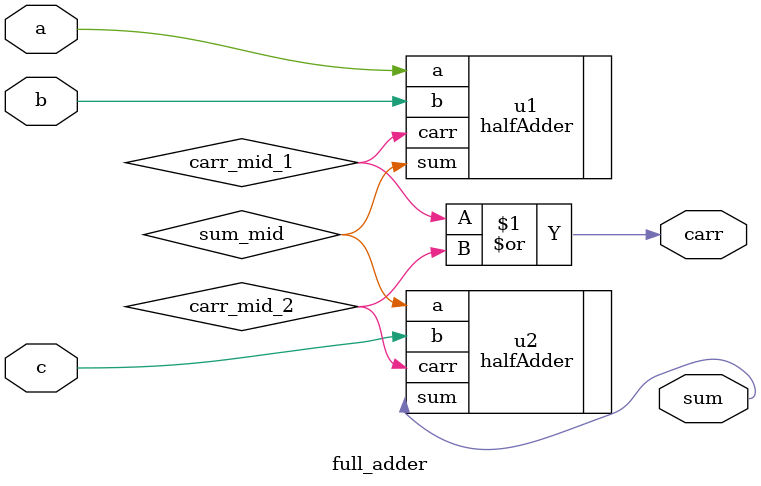
<source format=v>
module full_adder(
    input wire a,
    input wire b,
    input wire c,

    output wire sum,
    output wire carr
);
wire sum_mid;

halfAdder u1 (
    .a(a),
    .b(b),

    .sum(sum_mid),
    .carr(carr_mid_1)
);

halfAdder u2 (
    .a(sum_mid),
    .b(c),

    .sum(sum),
    .carr(carr_mid_2)
);

or u3 (carr, carr_mid_1, carr_mid_2);

endmodule
</source>
